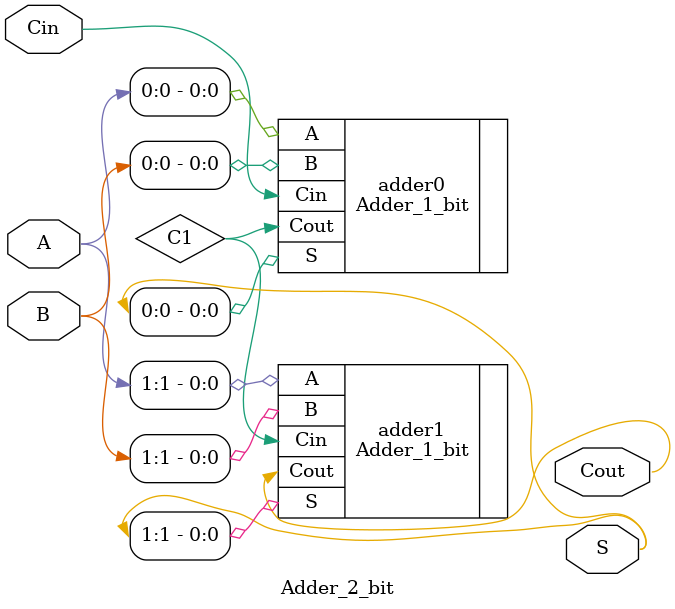
<source format=v>
module Adder_2_bit (
    input wire [1:0] A, B,     // 2-bit inputs
    input wire Cin,            // Carry-in for the least significant bit
    output wire [1:0] S,       // 2-bit sum output
    output wire Cout           // Carry-out from the most significant bit
);

    wire C1;                   // Intermediate carry between the two 1-bit adders

    // First 1-bit adder (LSB)
    Adder_1_bit adder0 (
        .A(A[0]),
        .B(B[0]),
        .Cin(Cin),
        .S(S[0]),
        .Cout(C1)
    );

    // Second 1-bit adder (MSB)
    Adder_1_bit adder1 (
        .A(A[1]),
        .B(B[1]),
        .Cin(C1),
        .S(S[1]),
        .Cout(Cout)
    );

endmodule

</source>
